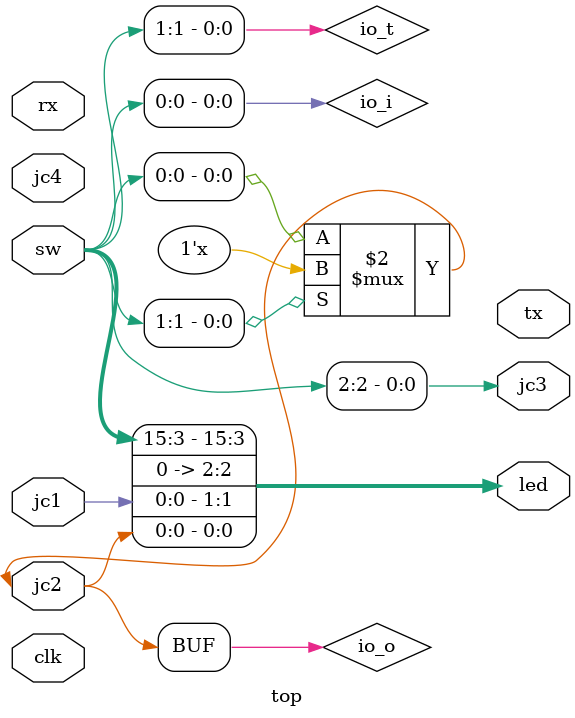
<source format=v>
/*
In this test a single IOBUF is controlled by switches. There is also one
input (connected to a LED) and one oputput (controlled by a switch) that.
can be used for verification of 3-state I/O.

This test requires a physical jumper to be installed on the Basys3 board.
Depending on which pins are connected we have different truth tables of
LED output w.r.t. switch input.

Truth table. When JC.1 is connected to JC.2:

SW2 SW1 SW0 | LED1 LED0
 0   0   0  |  0    0
 0   0   1  |  1    1
 0   1   0  |  x    x
 0   1   1  |  x    x
 1   0   0  |  0    0
 1   0   1  |  1    1
 1   1   0  |  x    x
 1   1   1  |  x    x


Truth table. When JC.3 is connected to JC.2:

SW2 SW1 SW0 | LED1 LED0
 0   0   0  |  x    0
 0   0   1  |  x    1
 0   1   0  |  x    0
 0   1   1  |  x    0
 1   0   0  |  x    0
 1   0   1  |  x    1
 1   1   0  |  x    1
 1   1   1  |  x    1

*/
`default_nettype none


// ============================================================================

module top (
    input wire clk,

    input  wire rx,
    output wire tx,

    input  wire [15:0] sw,
    output wire [15:0] led,

    input  wire jc1,
    inout  wire jc2,
    output wire jc3,
    input  wire jc4  // unused
);

  // ============================================================================
  // IOBUF (to be swferred)
  wire io_i;
  wire io_o;
  wire io_t;

  assign io_o = jc2;
  assign jc2 = (io_t == 1'b0) ? io_i : 1'bz;

  // ============================================================================

  // SW0 controls IOBUF.I
  assign io_i = sw[0];
  // SW1 controls IOBUF.T
  assign io_t = sw[1];
  // SW2 controls OBUF.I (JC.3)
  assign jc3 = sw[2];

  // LED0 swdicates IOBUF.O
  assign led[0] = io_o;

  // LED1 is connected to JC.1
  assign led[1] = jc1;

  // Unused IOs - SW->LED passthrough.
  assign led[15:2] = {sw[15:3], 1'd0};

endmodule


</source>
